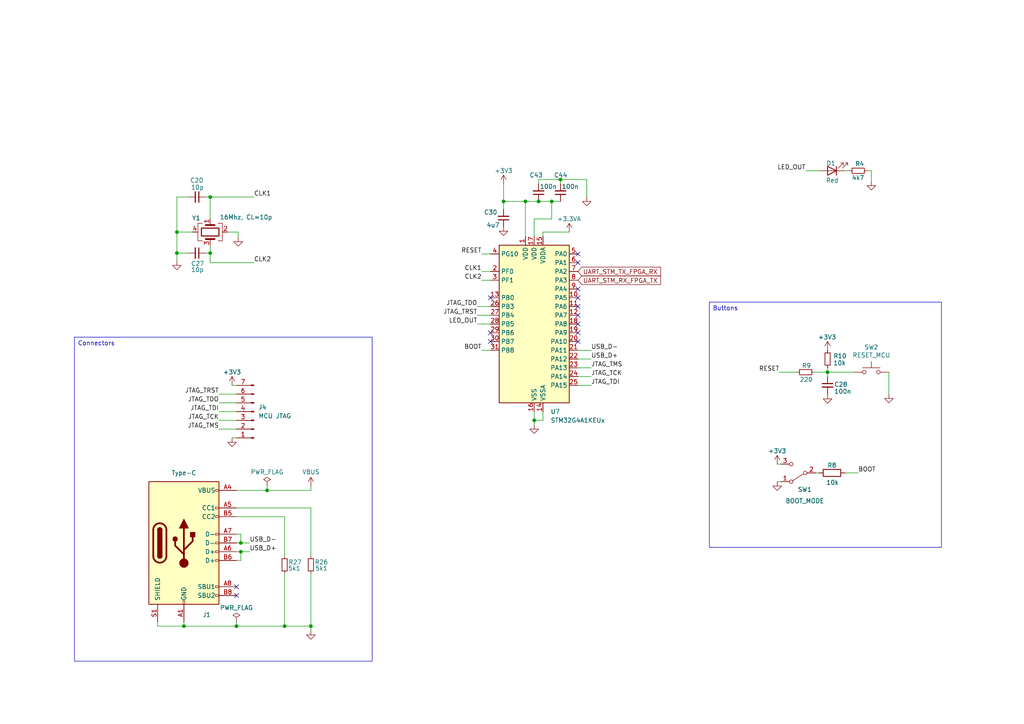
<source format=kicad_sch>
(kicad_sch (version 20250114) (generator "eeschema") (generator_version "9.0")
  (paper "A4")
  (lib_symbols
    (symbol "Connector:Conn_01x07_Pin" (pin_names (offset 1.016) (hide yes))
      (property "Reference" "J" (at 0 10.16 0))
      (property "Value" "Conn_01x07_Pin" (at 0 -10.16 0))
      (symbol "Conn_01x07_Pin_1_1"
        (rectangle (start 0.8636 7.747) (end 0 7.493) (stroke (width 0.1524)) (fill (type outline)))
        (rectangle (start 0.8636 5.207) (end 0 4.953) (stroke (width 0.1524)) (fill (type outline)))
        (rectangle (start 0.8636 2.667) (end 0 2.413) (stroke (width 0.1524)) (fill (type outline)))
        (rectangle (start 0.8636 0.127) (end 0 -0.127) (stroke (width 0.1524)) (fill (type outline)))
        (rectangle (start 0.8636 -2.413) (end 0 -2.667) (stroke (width 0.1524)) (fill (type outline)))
        (rectangle (start 0.8636 -4.953) (end 0 -5.207) (stroke (width 0.1524)) (fill (type outline)))
        (rectangle (start 0.8636 -7.493) (end 0 -7.747) (stroke (width 0.1524)) (fill (type outline)))
        (polyline (pts (xy 1.27 7.62) (xy 0.8636 7.62)) (stroke (width 0.1524)))
        (polyline (pts (xy 1.27 5.08) (xy 0.8636 5.08)) (stroke (width 0.1524)))
        (polyline (pts (xy 1.27 2.54) (xy 0.8636 2.54)) (stroke (width 0.1524)))
        (polyline (pts (xy 1.27 0) (xy 0.8636 0)) (stroke (width 0.1524)))
        (polyline (pts (xy 1.27 -2.54) (xy 0.8636 -2.54)) (stroke (width 0.1524)))
        (polyline (pts (xy 1.27 -5.08) (xy 0.8636 -5.08)) (stroke (width 0.1524)))
        (polyline (pts (xy 1.27 -7.62) (xy 0.8636 -7.62)) (stroke (width 0.1524)))
        (pin passive line (at 5.08 7.62 180) (length 3.81) (name "Pin_1") (number "1"))
        (pin passive line (at 5.08 5.08 180) (length 3.81) (name "Pin_2") (number "2"))
        (pin passive line (at 5.08 2.54 180) (length 3.81) (name "Pin_3") (number "3"))
        (pin passive line (at 5.08 0 180) (length 3.81) (name "Pin_4") (number "4"))
        (pin passive line (at 5.08 -2.54 180) (length 3.81) (name "Pin_5") (number "5"))
        (pin passive line (at 5.08 -5.08 180) (length 3.81) (name "Pin_6") (number "6"))
        (pin passive line (at 5.08 -7.62 180) (length 3.81) (name "Pin_7") (number "7"))
      )
    )
    (symbol "Connector:USB_C_Receptacle_USB2.0_16P" (pin_names (offset 1.016))
      (property "Reference" "J" (at 0 22.225 0))
      (property "Value" "USB_C_Receptacle_USB2.0_16P" (at 0 19.685 0))
      (symbol "USB_C_Receptacle_USB2.0_16P_0_0"
        (rectangle (start -0.254 -17.78) (end 0.254 -16.764))
        (rectangle (start 10.16 15.494) (end 9.144 14.986))
        (rectangle (start 10.16 10.414) (end 9.144 9.906))
        (rectangle (start 10.16 7.874) (end 9.144 7.366))
        (rectangle (start 10.16 2.794) (end 9.144 2.286))
        (rectangle (start 10.16 0.254) (end 9.144 -0.254))
        (rectangle (start 10.16 -2.286) (end 9.144 -2.794))
        (rectangle (start 10.16 -4.826) (end 9.144 -5.334))
        (rectangle (start 10.16 -12.446) (end 9.144 -12.954))
        (rectangle (start 10.16 -14.986) (end 9.144 -15.494))
      )
      (symbol "USB_C_Receptacle_USB2.0_16P_0_1"
        (rectangle (start -10.16 17.78) (end 10.16 -17.78) (stroke (width 0.254)) (fill (type background)))
        (polyline (pts (xy -8.89 -3.81) (xy -8.89 3.81)) (stroke (width 0.508)))
        (rectangle (start -7.62 -3.81) (end -6.35 3.81) (stroke (width 0.254)) (fill (type outline)))
        (arc (start -7.62 3.81) (mid -6.985 4.4423) (end -6.35 3.81) (stroke (width 0.254)))
        (arc (start -7.62 3.81) (mid -6.985 4.4423) (end -6.35 3.81) (stroke (width 0.254)) (fill (type outline)))
        (arc (start -8.89 3.81) (mid -6.985 5.7067) (end -5.08 3.81) (stroke (width 0.508)))
        (arc (start -5.08 -3.81) (mid -6.985 -5.7067) (end -8.89 -3.81) (stroke (width 0.508)))
        (arc (start -6.35 -3.81) (mid -6.985 -4.4423) (end -7.62 -3.81) (stroke (width 0.254)))
        (arc (start -6.35 -3.81) (mid -6.985 -4.4423) (end -7.62 -3.81) (stroke (width 0.254)) (fill (type outline)))
        (polyline (pts (xy -5.08 3.81) (xy -5.08 -3.81)) (stroke (width 0.508)))
        (circle (center -2.54 1.143) (radius 0.635) (stroke (width 0.254)) (fill (type outline)))
        (polyline (pts (xy -1.27 4.318) (xy 0 6.858) (xy 1.27 4.318) (xy -1.27 4.318)) (stroke (width 0.254)) (fill (type outline)))
        (polyline (pts (xy 0 -2.032) (xy 2.54 0.508) (xy 2.54 1.778)) (stroke (width 0.508)))
        (polyline (pts (xy 0 -3.302) (xy -2.54 -0.762) (xy -2.54 0.508)) (stroke (width 0.508)))
        (polyline (pts (xy 0 -5.842) (xy 0 4.318)) (stroke (width 0.508)))
        (circle (center 0 -5.842) (radius 1.27) (fill (type outline)))
        (rectangle (start 1.905 1.778) (end 3.175 3.048) (stroke (width 0.254)) (fill (type outline)))
      )
      (symbol "USB_C_Receptacle_USB2.0_16P_1_1"
        (pin passive line (at -7.62 -22.86 90) (length 5.08) (name "SHIELD") (number "S1"))
        (pin passive line (at 0 -22.86 90) (length 5.08) (name "GND") (number "A1"))
        (pin passive line (at 0 -22.86 90) (length 5.08) (hide yes) (name "GND") (number "A12"))
        (pin passive line (at 0 -22.86 90) (length 5.08) (hide yes) (name "GND") (number "B1"))
        (pin passive line (at 0 -22.86 90) (length 5.08) (hide yes) (name "GND") (number "B12"))
        (pin passive line (at 15.24 15.24 180) (length 5.08) (name "VBUS") (number "A4"))
        (pin passive line (at 15.24 15.24 180) (length 5.08) (hide yes) (name "VBUS") (number "A9"))
        (pin passive line (at 15.24 15.24 180) (length 5.08) (hide yes) (name "VBUS") (number "B4"))
        (pin passive line (at 15.24 15.24 180) (length 5.08) (hide yes) (name "VBUS") (number "B9"))
        (pin bidirectional line (at 15.24 10.16 180) (length 5.08) (name "CC1") (number "A5"))
        (pin bidirectional line (at 15.24 7.62 180) (length 5.08) (name "CC2") (number "B5"))
        (pin bidirectional line (at 15.24 2.54 180) (length 5.08) (name "D-") (number "A7"))
        (pin bidirectional line (at 15.24 0 180) (length 5.08) (name "D-") (number "B7"))
        (pin bidirectional line (at 15.24 -2.54 180) (length 5.08) (name "D+") (number "A6"))
        (pin bidirectional line (at 15.24 -5.08 180) (length 5.08) (name "D+") (number "B6"))
        (pin bidirectional line (at 15.24 -12.7 180) (length 5.08) (name "SBU1") (number "A8"))
        (pin bidirectional line (at 15.24 -15.24 180) (length 5.08) (name "SBU2") (number "B8"))
      )
    )
    (symbol "Device:C_Small" (pin_numbers (hide yes)) (pin_names (offset 0.254) (hide yes))
      (property "Reference" "C" (at 0.254 1.778 0))
      (property "Value" "C_Small" (at 0.254 -2.032 0))
      (symbol "C_Small_0_1"
        (polyline (pts (xy -1.524 0.508) (xy 1.524 0.508)) (stroke (width 0.3048)))
        (polyline (pts (xy -1.524 -0.508) (xy 1.524 -0.508)) (stroke (width 0.3302)))
      )
      (symbol "C_Small_1_1"
        (pin passive line (at 0 2.54 270) (length 2.032) (name "~") (number "1"))
        (pin passive line (at 0 -2.54 90) (length 2.032) (name "~") (number "2"))
      )
    )
    (symbol "Device:Crystal_GND24" (pin_names (offset 1.016) (hide yes))
      (property "Reference" "Y" (at 3.175 5.08 0))
      (property "Value" "Crystal_GND24" (at 3.175 3.175 0))
      (symbol "Crystal_GND24_0_1"
        (polyline (pts (xy -2.54 2.286) (xy -2.54 3.556) (xy 2.54 3.556) (xy 2.54 2.286)))
        (polyline (pts (xy -2.54 0) (xy -2.032 0)))
        (polyline (pts (xy -2.54 -2.286) (xy -2.54 -3.556) (xy 2.54 -3.556) (xy 2.54 -2.286)))
        (polyline (pts (xy -2.032 -1.27) (xy -2.032 1.27)) (stroke (width 0.508)))
        (rectangle (start -1.143 2.54) (end 1.143 -2.54) (stroke (width 0.3048)))
        (polyline (pts (xy 0 3.556) (xy 0 3.81)))
        (polyline (pts (xy 0 -3.81) (xy 0 -3.556)))
        (polyline (pts (xy 2.032 0) (xy 2.54 0)))
        (polyline (pts (xy 2.032 -1.27) (xy 2.032 1.27)) (stroke (width 0.508)))
      )
      (symbol "Crystal_GND24_1_1"
        (pin passive line (at -3.81 0 0) (length 1.27) (name "1") (number "1"))
        (pin passive line (at 0 5.08 270) (length 1.27) (name "2") (number "2"))
        (pin passive line (at 0 -5.08 90) (length 1.27) (name "4") (number "4"))
        (pin passive line (at 3.81 0 180) (length 1.27) (name "3") (number "3"))
      )
    )
    (symbol "Device:LED" (pin_numbers (hide yes)) (pin_names (offset 1.016) (hide yes))
      (property "Reference" "D" (at 0 2.54 0))
      (property "Value" "LED" (at 0 -2.54 0))
      (symbol "LED_0_1"
        (polyline (pts (xy -3.048 -0.762) (xy -4.572 -2.286) (xy -3.81 -2.286) (xy -4.572 -2.286) (xy -4.572 -1.524)))
        (polyline (pts (xy -1.778 -0.762) (xy -3.302 -2.286) (xy -2.54 -2.286) (xy -3.302 -2.286) (xy -3.302 -1.524)))
        (polyline (pts (xy -1.27 0) (xy 1.27 0)))
        (polyline (pts (xy -1.27 -1.27) (xy -1.27 1.27)) (stroke (width 0.254)))
        (polyline (pts (xy 1.27 -1.27) (xy 1.27 1.27) (xy -1.27 0) (xy 1.27 -1.27)) (stroke (width 0.254)))
      )
      (symbol "LED_1_1"
        (pin passive line (at -3.81 0 0) (length 2.54) (name "K") (number "1"))
        (pin passive line (at 3.81 0 180) (length 2.54) (name "A") (number "2"))
      )
    )
    (symbol "Device:R" (pin_numbers (hide yes)) (pin_names (offset 0))
      (property "Reference" "R" (at 2.032 0 90))
      (property "Value" "R" (at 0 0 90))
      (symbol "R_0_1"
        (rectangle (start -1.016 -2.54) (end 1.016 2.54) (stroke (width 0.254)))
      )
      (symbol "R_1_1"
        (pin passive line (at 0 3.81 270) (length 1.27) (name "~") (number "1"))
        (pin passive line (at 0 -3.81 90) (length 1.27) (name "~") (number "2"))
      )
    )
    (symbol "Device:R_Small" (pin_numbers (hide yes)) (pin_names (offset 0.254) (hide yes))
      (property "Reference" "R" (at 0.762 0.508 0))
      (property "Value" "R_Small" (at 0.762 -1.016 0))
      (symbol "R_Small_0_1"
        (rectangle (start -0.762 1.778) (end 0.762 -1.778) (stroke (width 0.2032)))
      )
      (symbol "R_Small_1_1"
        (pin passive line (at 0 2.54 270) (length 0.762) (name "~") (number "1"))
        (pin passive line (at 0 -2.54 90) (length 0.762) (name "~") (number "2"))
      )
    )
    (symbol "MCU_ST_STM32G4:STM32G4A1KEUx"
      (property "Reference" "U" (at -10.16 24.13 0))
      (property "Value" "STM32G4A1KEUx" (at 5.08 24.13 0))
      (symbol "STM32G4A1KEUx_0_1"
        (rectangle (start -10.16 -22.86) (end 10.16 22.86) (stroke (width 0.254)) (fill (type background)))
      )
      (symbol "STM32G4A1KEUx_1_1"
        (pin bidirectional line (at -12.7 20.32 0) (length 2.54) (name "PG10") (number "4"))
        (pin bidirectional line (at -12.7 15.24 0) (length 2.54) (name "PF0") (number "2"))
        (pin bidirectional line (at -12.7 12.7 0) (length 2.54) (name "PF1") (number "3"))
        (pin bidirectional line (at -12.7 7.62 0) (length 2.54) (name "PB0") (number "13"))
        (pin bidirectional line (at -12.7 5.08 0) (length 2.54) (name "PB3") (number "26"))
        (pin bidirectional line (at -12.7 2.54 0) (length 2.54) (name "PB4") (number "27"))
        (pin bidirectional line (at -12.7 0 0) (length 2.54) (name "PB5") (number "28"))
        (pin bidirectional line (at -12.7 -2.54 0) (length 2.54) (name "PB6") (number "29"))
        (pin bidirectional line (at -12.7 -5.08 0) (length 2.54) (name "PB7") (number "30"))
        (pin bidirectional line (at -12.7 -7.62 0) (length 2.54) (name "PB8") (number "31"))
        (pin power_in line (at -2.54 25.4 270) (length 2.54) (name "VDD") (number "1"))
        (pin power_in line (at 0 25.4 270) (length 2.54) (name "VDD") (number "17"))
        (pin power_in line (at 0 -25.4 90) (length 2.54) (name "VSS") (number "16"))
        (pin passive line (at 0 -25.4 90) (length 2.54) (hide yes) (name "VSS") (number "32"))
        (pin passive line (at 0 -25.4 90) (length 2.54) (hide yes) (name "VSS") (number "33"))
        (pin power_in line (at 2.54 25.4 270) (length 2.54) (name "VDDA") (number "15"))
        (pin power_in line (at 2.54 -25.4 90) (length 2.54) (name "VSSA") (number "14"))
        (pin bidirectional line (at 12.7 20.32 180) (length 2.54) (name "PA0") (number "5"))
        (pin bidirectional line (at 12.7 17.78 180) (length 2.54) (name "PA1") (number "6"))
        (pin bidirectional line (at 12.7 15.24 180) (length 2.54) (name "PA2") (number "7"))
        (pin bidirectional line (at 12.7 12.7 180) (length 2.54) (name "PA3") (number "8"))
        (pin bidirectional line (at 12.7 10.16 180) (length 2.54) (name "PA4") (number "9"))
        (pin bidirectional line (at 12.7 7.62 180) (length 2.54) (name "PA5") (number "10"))
        (pin bidirectional line (at 12.7 5.08 180) (length 2.54) (name "PA6") (number "11"))
        (pin bidirectional line (at 12.7 2.54 180) (length 2.54) (name "PA7") (number "12"))
        (pin bidirectional line (at 12.7 0 180) (length 2.54) (name "PA8") (number "18"))
        (pin bidirectional line (at 12.7 -2.54 180) (length 2.54) (name "PA9") (number "19"))
        (pin bidirectional line (at 12.7 -5.08 180) (length 2.54) (name "PA10") (number "20"))
        (pin bidirectional line (at 12.7 -7.62 180) (length 2.54) (name "PA11") (number "21"))
        (pin bidirectional line (at 12.7 -10.16 180) (length 2.54) (name "PA12") (number "22"))
        (pin bidirectional line (at 12.7 -12.7 180) (length 2.54) (name "PA13") (number "23"))
        (pin bidirectional line (at 12.7 -15.24 180) (length 2.54) (name "PA14") (number "24"))
        (pin bidirectional line (at 12.7 -17.78 180) (length 2.54) (name "PA15") (number "25"))
      )
    )
    (symbol "Switch:SW_Push" (pin_numbers (hide yes)) (pin_names (offset 1.016) (hide yes))
      (property "Reference" "SW" (at 1.27 2.54 0))
      (property "Value" "SW_Push" (at 0 -1.524 0))
      (symbol "SW_Push_0_1"
        (circle (center -2.032 0) (radius 0.508))
        (polyline (pts (xy 0 1.27) (xy 0 3.048)))
        (circle (center 2.032 0) (radius 0.508))
        (polyline (pts (xy 2.54 1.27) (xy -2.54 1.27)))
        (pin passive line (at -5.08 0 0) (length 2.54) (name "1") (number "1"))
        (pin passive line (at 5.08 0 180) (length 2.54) (name "2") (number "2"))
      )
    )
    (symbol "Switch:SW_SPDT" (pin_names (offset 0) (hide yes))
      (property "Reference" "SW" (at 0 4.318 0))
      (property "Value" "SW_SPDT" (at 0 -5.08 0))
      (symbol "SW_SPDT_0_0"
        (circle (center -2.032 0) (radius 0.508))
        (circle (center 2.032 -2.54) (radius 0.508))
      )
      (symbol "SW_SPDT_0_1"
        (polyline (pts (xy -1.524 0.254) (xy 1.651 2.286)))
        (circle (center 2.032 2.54) (radius 0.508))
      )
      (symbol "SW_SPDT_1_1"
        (pin passive line (at -5.08 0 0) (length 2.54) (name "B") (number "2"))
        (pin passive line (at 5.08 2.54 180) (length 2.54) (name "A") (number "1"))
        (pin passive line (at 5.08 -2.54 180) (length 2.54) (name "C") (number "3"))
      )
    )
    (symbol "power:+3.3VA" (power) (pin_names (offset 0))
      (property "Value" "+3.3VA" (at 0 3.556 0))
      (symbol "+3.3VA_0_1"
        (polyline (pts (xy -0.762 1.27) (xy 0 2.54)))
        (polyline (pts (xy 0 2.54) (xy 0.762 1.27)))
        (polyline (pts (xy 0 0) (xy 0 2.54)))
      )
      (symbol "+3.3VA_1_1"
        (pin power_in line (at 0 0 90) (length 0) (hide yes) (name "+3.3VA") (number "1"))
      )
    )
    (symbol "power:GND" (power) (pin_names (offset 0))
      (property "Value" "GND" (at 0 -3.81 0))
      (symbol "GND_0_1"
        (polyline (pts (xy 0 0) (xy 0 -1.27) (xy 1.27 -1.27) (xy 0 -2.54) (xy -1.27 -1.27) (xy 0 -1.27)))
      )
      (symbol "GND_1_1"
        (pin power_in line (at 0 0 270) (length 0) (hide yes) (name "GND") (number "1"))
      )
    )
    (symbol "power:PWR_FLAG" (power) (pin_numbers (hide yes)) (pin_names (offset 0) (hide yes))
      (property "Value" "PWR_FLAG" (at 0 3.81 0))
      (symbol "PWR_FLAG_0_0"
        (pin power_out line (at 0 0 90) (length 0) (name "~") (number "1"))
      )
      (symbol "PWR_FLAG_0_1"
        (polyline (pts (xy 0 0) (xy 0 1.27) (xy -1.016 1.905) (xy 0 2.54) (xy 1.016 1.905) (xy 0 1.27)))
      )
    )
    (symbol "power:VBUS" (power) (pin_numbers (hide yes)) (pin_names (offset 0) (hide yes))
      (property "Value" "VBUS" (at 0 3.556 0))
      (symbol "VBUS_0_1"
        (polyline (pts (xy -0.762 1.27) (xy 0 2.54)))
        (polyline (pts (xy 0 2.54) (xy 0.762 1.27)))
        (polyline (pts (xy 0 0) (xy 0 2.54)))
      )
      (symbol "VBUS_1_1"
        (pin power_in line (at 0 0 90) (length 0) (name "~") (number "1"))
      )
    )
    (symbol "stm32-mcs4-memory-emulator-v2-rescue:+3.3V-power" (power) (pin_names (offset 0))
      (property "Value" "+3.3V-power" (at 0 3.556 0))
      (symbol "+3.3V-power_0_1"
        (polyline (pts (xy -0.762 1.27) (xy 0 2.54)))
        (polyline (pts (xy 0 2.54) (xy 0.762 1.27)))
        (polyline (pts (xy 0 0) (xy 0 2.54)))
      )
      (symbol "+3.3V-power_1_1"
        (pin power_in line (at 0 0 90) (length 0) (hide yes) (name "+3V3") (number "1"))
      )
    )
  )
  (text_box "Buttons" (at 205.74 87.63 0) (size 67.31 71.12) (margins 0.9525 0.9525 0.9525 0.9525) (effects (font (size 1.27 1.27)) (justify left top)))
  (text_box "Connectors" (at 21.59 97.79 0) (size 86.36 93.98) (margins 0.9525 0.9525 0.9525 0.9525) (effects (font (size 1.27 1.27)) (justify left top)))
  (junction (at 154.94 121.92))
  (junction (at 53.34 181.61))
  (junction (at 77.47 142.24))
  (junction (at 90.17 181.61))
  (junction (at 51.308 67.31))
  (junction (at 156.21 58.42))
  (junction (at 69.85 157.48))
  (junction (at 240.03 107.95))
  (junction (at 162.56 52.07))
  (junction (at 60.96 57.15))
  (junction (at 160.02 58.42))
  (junction (at 152.4 58.42))
  (junction (at 69.85 160.02))
  (junction (at 51.308 73.406))
  (junction (at 82.55 181.61))
  (junction (at 146.05 58.42))
  (junction (at 60.96 73.406))
  (junction (at 68.58 181.61))
  (no_connect (at 142.24 86.36))
  (no_connect (at 68.58 170.18))
  (no_connect (at 68.58 172.72))
  (no_connect (at 167.64 88.9))
  (no_connect (at 167.64 96.52))
  (no_connect (at 167.64 76.2))
  (no_connect (at 167.64 73.66))
  (no_connect (at 167.64 91.44))
  (no_connect (at 142.24 99.06))
  (no_connect (at 167.64 99.06))
  (no_connect (at 167.64 93.98))
  (no_connect (at 167.64 86.36))
  (no_connect (at 167.64 83.82))
  (no_connect (at 142.24 96.52))
  (wire (pts (xy 152.4 58.42) (xy 152.4 68.58)))
  (wire (pts (xy 45.72 180.34) (xy 45.72 181.61)))
  (wire (pts (xy 60.96 73.406) (xy 60.96 76.2)))
  (wire (pts (xy 51.308 67.31) (xy 51.308 57.15)))
  (wire (pts (xy 171.45 109.22) (xy 167.64 109.22)))
  (wire (pts (xy 139.7 101.6) (xy 142.24 101.6)))
  (wire (pts (xy 240.03 107.95) (xy 247.65 107.95)))
  (wire (pts (xy 68.58 157.48) (xy 69.85 157.48)))
  (wire (pts (xy 82.55 166.37) (xy 82.55 181.61)))
  (wire (pts (xy 138.43 91.44) (xy 142.24 91.44)))
  (wire (pts (xy 156.21 52.07) (xy 162.56 52.07)))
  (wire (pts (xy 68.58 180.34) (xy 68.58 181.61)))
  (wire (pts (xy 68.58 147.32) (xy 90.17 147.32)))
  (wire (pts (xy 69.088 68.834) (xy 69.088 67.31)))
  (wire (pts (xy 60.96 71.12) (xy 60.96 73.406)))
  (wire (pts (xy 240.03 107.95) (xy 240.03 109.22)))
  (wire (pts (xy 68.58 181.61) (xy 82.55 181.61)))
  (wire (pts (xy 252.73 52.578) (xy 252.73 49.53)))
  (wire (pts (xy 154.94 68.58) (xy 154.94 63.5)))
  (wire (pts (xy 162.56 52.07) (xy 162.56 53.34)))
  (wire (pts (xy 233.68 49.53) (xy 237.49 49.53)))
  (wire (pts (xy 69.088 67.31) (xy 66.04 67.31)))
  (wire (pts (xy 67.31 127) (xy 68.58 127)))
  (wire (pts (xy 157.48 119.38) (xy 157.48 121.92)))
  (wire (pts (xy 63.5 119.38) (xy 68.58 119.38)))
  (wire (pts (xy 146.05 53.34) (xy 146.05 58.42)))
  (wire (pts (xy 60.96 76.2) (xy 73.66 76.2)))
  (wire (pts (xy 154.94 119.38) (xy 154.94 121.92)))
  (wire (pts (xy 156.21 52.07) (xy 156.21 53.34)))
  (wire (pts (xy 63.5 124.46) (xy 68.58 124.46)))
  (wire (pts (xy 51.308 67.31) (xy 55.88 67.31)))
  (wire (pts (xy 45.72 181.61) (xy 53.34 181.61)))
  (wire (pts (xy 68.58 160.02) (xy 69.85 160.02)))
  (wire (pts (xy 171.45 101.6) (xy 167.64 101.6)))
  (wire (pts (xy 236.22 107.95) (xy 240.03 107.95)))
  (wire (pts (xy 90.17 166.37) (xy 90.17 181.61)))
  (wire (pts (xy 60.96 57.15) (xy 60.96 63.5)))
  (wire (pts (xy 157.48 67.31) (xy 157.48 68.58)))
  (wire (pts (xy 63.5 114.3) (xy 68.58 114.3)))
  (wire (pts (xy 245.11 137.16) (xy 248.92 137.16)))
  (wire (pts (xy 171.45 106.68) (xy 167.64 106.68)))
  (wire (pts (xy 225.425 134.62) (xy 226.441 134.62)))
  (wire (pts (xy 63.5 121.92) (xy 68.58 121.92)))
  (wire (pts (xy 54.61 57.15) (xy 51.308 57.15)))
  (wire (pts (xy 82.55 181.61) (xy 90.17 181.61)))
  (wire (pts (xy 252.73 49.53) (xy 251.46 49.53)))
  (wire (pts (xy 90.17 142.24) (xy 90.17 140.97)))
  (wire (pts (xy 162.56 52.07) (xy 170.18 52.07)))
  (wire (pts (xy 171.45 111.76) (xy 167.64 111.76)))
  (wire (pts (xy 226.06 107.95) (xy 231.14 107.95)))
  (wire (pts (xy 60.96 73.406) (xy 59.69 73.406)))
  (wire (pts (xy 68.58 142.24) (xy 77.47 142.24)))
  (wire (pts (xy 63.5 116.84) (xy 68.58 116.84)))
  (wire (pts (xy 90.17 181.61) (xy 90.17 182.88)))
  (wire (pts (xy 77.47 142.24) (xy 90.17 142.24)))
  (wire (pts (xy 152.4 58.42) (xy 156.21 58.42)))
  (wire (pts (xy 154.94 63.5) (xy 160.02 63.5)))
  (wire (pts (xy 68.58 149.86) (xy 82.55 149.86)))
  (wire (pts (xy 225.425 139.7) (xy 226.441 139.7)))
  (wire (pts (xy 138.43 88.9) (xy 142.24 88.9)))
  (wire (pts (xy 69.85 160.02) (xy 72.39 160.02)))
  (wire (pts (xy 139.7 81.28) (xy 142.24 81.28)))
  (wire (pts (xy 138.43 93.98) (xy 142.24 93.98)))
  (wire (pts (xy 157.48 121.92) (xy 154.94 121.92)))
  (wire (pts (xy 236.601 137.16) (xy 237.49 137.16)))
  (wire (pts (xy 146.05 58.42) (xy 146.05 60.706)))
  (wire (pts (xy 69.85 157.48) (xy 72.39 157.48)))
  (wire (pts (xy 154.94 121.92) (xy 154.94 123.19)))
  (wire (pts (xy 156.21 58.42) (xy 160.02 58.42)))
  (wire (pts (xy 68.58 162.56) (xy 69.85 162.56)))
  (wire (pts (xy 90.17 147.32) (xy 90.17 161.29)))
  (wire (pts (xy 59.69 57.15) (xy 60.96 57.15)))
  (wire (pts (xy 60.96 57.15) (xy 73.66 57.15)))
  (wire (pts (xy 245.11 49.53) (xy 246.38 49.53)))
  (wire (pts (xy 165.1 67.31) (xy 157.48 67.31)))
  (wire (pts (xy 68.58 154.94) (xy 69.85 154.94)))
  (wire (pts (xy 160.02 58.42) (xy 162.56 58.42)))
  (wire (pts (xy 77.47 140.97) (xy 77.47 142.24)))
  (wire (pts (xy 171.45 104.14) (xy 167.64 104.14)))
  (wire (pts (xy 67.31 111.76) (xy 68.58 111.76)))
  (wire (pts (xy 257.81 107.95) (xy 257.81 114.3)))
  (wire (pts (xy 53.34 180.34) (xy 53.34 181.61)))
  (wire (pts (xy 240.03 114.3) (xy 240.03 114.427)))
  (wire (pts (xy 82.55 149.86) (xy 82.55 161.29)))
  (wire (pts (xy 139.7 78.74) (xy 142.24 78.74)))
  (wire (pts (xy 51.308 73.406) (xy 51.308 75.692)))
  (wire (pts (xy 69.85 162.56) (xy 69.85 160.02)))
  (wire (pts (xy 170.18 52.07) (xy 170.18 57.15)))
  (wire (pts (xy 51.308 73.406) (xy 51.308 67.31)))
  (wire (pts (xy 54.61 73.406) (xy 51.308 73.406)))
  (wire (pts (xy 139.7 73.66) (xy 142.24 73.66)))
  (wire (pts (xy 146.05 58.42) (xy 152.4 58.42)))
  (wire (pts (xy 69.85 154.94) (xy 69.85 157.48)))
  (wire (pts (xy 160.02 63.5) (xy 160.02 58.42)))
  (wire (pts (xy 240.03 106.68) (xy 240.03 107.95)))
  (wire (pts (xy 53.34 181.61) (xy 68.58 181.61)))
  (label "JTAG_TMS" (at 171.45 106.68 0))
  (label "JTAG_TDO" (at 138.43 88.9 180))
  (label "JTAG_TCK" (at 63.5 121.92 180))
  (label "JTAG_TCK" (at 171.45 109.22 0))
  (label "CLK1" (at 73.66 57.15 0))
  (label "RESET" (at 139.7 73.66 180))
  (label "CLK2" (at 139.7 81.28 180))
  (label "JTAG_TMS" (at 63.5 124.46 180))
  (label "CLK2" (at 73.66 76.2 0))
  (label "JTAG_TDI" (at 63.5 119.38 180))
  (label "JTAG_TDI" (at 171.45 111.76 0))
  (label "BOOT" (at 139.7 101.6 180))
  (label "JTAG_TDO" (at 63.5 116.84 180))
  (label "USB_D-" (at 72.39 157.48 0))
  (label "BOOT" (at 248.92 137.16 0))
  (label "LED_OUT" (at 233.68 49.53 180))
  (label "USB_D+" (at 72.39 160.02 0))
  (label "CLK1" (at 139.7 78.74 180))
  (label "USB_D+" (at 171.45 104.14 0))
  (label "JTAG_TRST" (at 63.5 114.3 180))
  (label "RESET" (at 226.06 107.95 180))
  (label "USB_D-" (at 171.45 101.6 0))
  (label "JTAG_TRST" (at 138.43 91.44 180))
  (label "LED_OUT" (at 138.43 93.98 180))
  (global_label "UART_STM_RX_FPGA_TX" (shape input) (at 167.64 81.28 0) (property "Intersheetrefs" "${INTERSHEET_REFS}" (effects (hide yes))))
  (global_label "UART_STM_TX_FPGA_RX" (shape input) (at 167.64 78.74 0) (property "Intersheetrefs" "${INTERSHEET_REFS}" (effects (hide yes))))
  (symbol (lib_id "stm32-mcs4-memory-emulator-v2-rescue:+3.3V-power") (at 146.05 53.34 0) (unit 1)
    (property "Reference" "#PWR076" (effects (hide yes)))
    (property "Value" "+3V3" (at 146.05 49.53 0))
  )
  (symbol (lib_id "Device:R_Small") (at 233.68 107.95 270) (unit 1)
    (property "Reference" "R9" (at 232.5624 106.0704 90) (effects (justify left)))
    (property "Value" "220" (at 231.902 110.0836 90) (effects (justify left)))
    (property "Footprint" "Resistor_SMD:R_0805_2012Metric_Pad1.20x1.40mm_HandSolder" (effects (hide yes)))
    (property "Mouser Part Number" "603-RT0805FRE07220RL" (effects (hide yes)))
  )
  (symbol (lib_id "Device:C_Small") (at 57.15 73.406 270) (unit 1)
    (property "Reference" "C27" (at 55.372 76.454 90) (effects (justify left)))
    (property "Value" "10p" (at 55.372 78.232 90) (effects (justify left)))
    (property "Footprint" "Capacitor_SMD:C_0805_2012Metric_Pad1.18x1.45mm_HandSolder" (effects (hide yes)))
    (property "Mouser Part Number" "710-885012007051" (effects (hide yes)))
  )
  (symbol (lib_id "Device:R_Small") (at 248.92 49.53 90) (unit 1)
    (property "Reference" "R4" (at 250.698 47.498 90) (effects (justify left)))
    (property "Value" "4k7" (at 250.698 51.562 90) (effects (justify left)))
    (property "Footprint" "Resistor_SMD:R_0805_2012Metric_Pad1.20x1.40mm_HandSolder" (effects (hide yes)))
    (property "Mouser Part Number" "603-RT0805FRE134K7L" (effects (hide yes)))
  )
  (symbol (lib_id "Device:R") (at 241.3 137.16 90) (unit 1)
    (property "Reference" "R8" (at 241.3 134.9756 90))
    (property "Value" "10k" (at 241.4524 139.954 90))
    (property "Footprint" "Resistor_SMD:R_0805_2012Metric_Pad1.20x1.40mm_HandSolder" (effects (hide yes)))
    (property "Mouser Part Number" "603-RT0805DRD0710KL" (effects (hide yes)))
  )
  (symbol (lib_id "power:+3.3VA") (at 165.1 67.31 0) (unit 1)
    (property "Reference" "#PWR075" (effects (hide yes)))
    (property "Value" "+3.3VA" (at 161.544 63.5 0) (effects (justify left)))
  )
  (symbol (lib_id "Device:C_Small") (at 156.21 55.88 180) (unit 1)
    (property "Reference" "C43" (at 157.48 50.8 0) (effects (justify left)))
    (property "Value" "100n" (at 161.544 54.102 0) (effects (justify left)))
    (property "Footprint" "Capacitor_SMD:C_0805_2012Metric_Pad1.18x1.45mm_HandSolder" (effects (hide yes)))
    (property "Mouser Part Number" "187-CL21B104KBCNNND" (effects (hide yes)))
  )
  (symbol (lib_id "Device:R_Small") (at 82.55 163.83 180) (unit 1)
    (property "Reference" "R27" (at 85.598 163.068 0))
    (property "Value" "5k1" (at 85.344 164.846 0))
    (property "Footprint" "Resistor_SMD:R_0805_2012Metric_Pad1.20x1.40mm_HandSolder" (effects (hide yes)))
    (property "Mouser Part Number" "603-RT0805FRE075K1L" (effects (hide yes)))
  )
  (symbol (lib_id "Device:R_Small") (at 90.17 163.83 180) (unit 1)
    (property "Reference" "R26" (at 93.218 163.068 0))
    (property "Value" "5k1" (at 93.218 164.846 0))
    (property "Footprint" "Resistor_SMD:R_0805_2012Metric_Pad1.20x1.40mm_HandSolder" (effects (hide yes)))
    (property "Mouser Part Number" "603-RT0805FRE075K1L" (effects (hide yes)))
  )
  (symbol (lib_id "Switch:SW_Push") (at 252.73 107.95 0) (unit 1)
    (property "Reference" "SW2" (at 252.73 100.711 0))
    (property "Value" "RESET_MCU" (at 252.73 103.0224 0))
    (property "Footprint" "Project components:435451019820" (effects (hide yes)))
    (property "Mouser Part Number" "710-435451019820" (effects (hide yes)))
  )
  (symbol (lib_id "power:GND") (at 257.81 114.3 0) (unit 1)
    (property "Reference" "#PWR067" (effects (hide yes)))
    (property "Value" "GND" (effects (hide yes)))
  )
  (symbol (lib_id "stm32-mcs4-memory-emulator-v2-rescue:+3.3V-power") (at 67.31 111.76 0) (unit 1)
    (property "Reference" "#PWR080" (effects (hide yes)))
    (property "Value" "+3V3" (at 67.31 107.95 0))
  )
  (symbol (lib_id "Device:C_Small") (at 240.03 111.76 0) (unit 1)
    (property "Reference" "C28" (at 241.935 111.506 0) (effects (justify left)))
    (property "Value" "100n" (at 241.935 113.538 0) (effects (justify left)))
    (property "Footprint" "Capacitor_SMD:C_0805_2012Metric_Pad1.18x1.45mm_HandSolder" (effects (hide yes)))
    (property "Mouser Part Number" "187-CL21B104KBCNNND" (effects (hide yes)))
  )
  (symbol (lib_id "power:VBUS") (at 90.17 140.97 0) (unit 1)
    (property "Reference" "#PWR058" (effects (hide yes)))
    (property "Value" "VBUS" (at 90.17 136.906 0))
  )
  (symbol (lib_id "power:GND") (at 51.308 75.692 0) (unit 1)
    (property "Reference" "#PWR060" (effects (hide yes)))
    (property "Value" "GND" (effects (hide yes)))
  )
  (symbol (lib_id "stm32-mcs4-memory-emulator-v2-rescue:+3.3V-power") (at 225.425 134.62 0) (unit 1)
    (property "Reference" "#PWR063" (effects (hide yes)))
    (property "Value" "+3V3" (at 225.425 130.81 0))
  )
  (symbol (lib_id "Device:LED") (at 241.3 49.53 180) (unit 1)
    (property "Reference" "D1" (at 239.649 47.371 0) (effects (justify right)))
    (property "Value" "Red" (at 239.522 52.324 0) (effects (justify right)))
    (property "Footprint" "LED_SMD:LED_0805_2012Metric_Pad1.15x1.40mm_HandSolder" (effects (hide yes)))
    (property "Mouser Part Number" "710-150080RS75000" (effects (hide yes)))
  )
  (symbol (lib_id "Switch:SW_SPDT") (at 231.521 137.16 180) (unit 1)
    (property "Reference" "SW1" (at 233.426 141.986 0))
    (property "Value" "BOOT_MODE" (at 233.426 145.288 0))
    (property "Footprint" "Project components:SLW1215865AD" (effects (hide yes)))
    (property "Mouser Part Number" "SLW-121586-5A-D" (effects (hide yes)))
  )
  (symbol (lib_id "power:PWR_FLAG") (at 68.58 180.34 0) (unit 1)
    (property "Reference" "#FLG01" (effects (hide yes)))
    (property "Value" "PWR_FLAG" (at 68.58 176.276 0))
    (property "Description" "Special symbol for telling ERC where power comes from" (effects (hide yes)))
  )
  (symbol (lib_id "power:GND") (at 252.73 52.578 0) (unit 1)
    (property "Reference" "#PWR062" (effects (hide yes)))
    (property "Value" "GND" (effects (hide yes)))
  )
  (symbol (lib_id "Device:C_Small") (at 57.15 57.15 270) (unit 1)
    (property "Reference" "C20" (at 55.118 52.324 90) (effects (justify left)))
    (property "Value" "10p" (at 55.372 54.356 90) (effects (justify left)))
    (property "Footprint" "Capacitor_SMD:C_0805_2012Metric_Pad1.18x1.45mm_HandSolder" (effects (hide yes)))
    (property "Mouser Part Number" "710-885012007051" (effects (hide yes)))
  )
  (symbol (lib_id "Device:C_Small") (at 162.56 55.88 180) (unit 1)
    (property "Reference" "C44" (at 164.592 50.8 0) (effects (justify left)))
    (property "Value" "100n" (at 167.894 54.102 0) (effects (justify left)))
    (property "Footprint" "Capacitor_SMD:C_0805_2012Metric_Pad1.18x1.45mm_HandSolder" (effects (hide yes)))
    (property "Mouser Part Number" "187-CL21B104KBCNNND" (effects (hide yes)))
  )
  (symbol (lib_id "power:GND") (at 90.17 182.88 0) (unit 1)
    (property "Reference" "#PWR025" (effects (hide yes)))
    (property "Value" "GND" (effects (hide yes)))
  )
  (symbol (lib_id "power:GND") (at 225.425 139.7 0) (unit 1)
    (property "Reference" "#PWR064" (effects (hide yes)))
    (property "Value" "GND" (effects (hide yes)))
  )
  (symbol (lib_id "Device:R_Small") (at 240.03 104.14 0) (unit 1)
    (property "Reference" "R10" (at 241.681 103.251 0) (effects (justify left)))
    (property "Value" "10k" (at 241.681 105.283 0) (effects (justify left)))
    (property "Footprint" "Resistor_SMD:R_0805_2012Metric_Pad1.20x1.40mm_HandSolder" (effects (hide yes)))
    (property "Mouser Part Number" "603-RT0805DRD0710KL" (effects (hide yes)))
  )
  (symbol (lib_id "power:GND") (at 240.03 114.427 0) (unit 1)
    (property "Reference" "#PWR066" (effects (hide yes)))
    (property "Value" "GND" (effects (hide yes)))
  )
  (symbol (lib_id "Connector:Conn_01x07_Pin") (at 73.66 119.38 180) (unit 1)
    (property "Reference" "J4" (at 74.93 118.1099 0) (effects (justify right)))
    (property "Value" "MCU JTAG" (at 74.93 120.6499 0) (effects (justify right)))
    (property "Footprint" "Connector_PinHeader_2.54mm:PinHeader_1x07_P2.54mm_Vertical" (effects (hide yes)))
    (property "Description" "Generic connector, single row, 01x07, script generated" (effects (hide yes)))
    (property "Mouser Part Number" "649-1012937990701BLF" (effects (hide yes)))
  )
  (symbol (lib_id "Device:Crystal_GND24") (at 60.96 67.31 270) (unit 1)
    (property "Reference" "Y1" (at 56.896 63.246 90))
    (property "Value" "16Mhz, CL=10p" (at 71.374 62.992 90))
    (property "Footprint" "Project components:XTAL_ECS-160-10-36-CKM-TR3" (effects (hide yes)))
    (property "Mouser Part Number" "520-160-10-36CKM-TR3" (effects (hide yes)))
  )
  (symbol (lib_id "power:GND") (at 67.31 127 0) (unit 1)
    (property "Reference" "#PWR081" (effects (hide yes)))
    (property "Value" "GND" (effects (hide yes)))
  )
  (symbol (lib_id "Device:C_Small") (at 146.05 63.246 180) (unit 1)
    (property "Reference" "C30" (at 144.272 61.595 0) (effects (justify left)))
    (property "Value" "4u7" (at 144.907 65.278 0) (effects (justify left)))
    (property "Footprint" "Capacitor_SMD:C_0805_2012Metric_Pad1.18x1.45mm_HandSolder" (effects (hide yes)))
    (property "Mouser Part Number" "187-CL21A475KAQNNNE" (effects (hide yes)))
  )
  (symbol (lib_id "power:PWR_FLAG") (at 77.47 140.97 0) (unit 1)
    (property "Reference" "#FLG03" (effects (hide yes)))
    (property "Value" "PWR_FLAG" (at 77.47 136.906 0))
    (property "Description" "Special symbol for telling ERC where power comes from" (effects (hide yes)))
  )
  (symbol (lib_id "MCU_ST_STM32G4:STM32G4A1KEUx") (at 154.94 93.98 0) (unit 1)
    (property "Reference" "U7" (at 159.6741 119.38 0) (effects (justify left)))
    (property "Value" "STM32G4A1KEUx" (at 159.6741 121.92 0) (effects (justify left)))
    (property "Footprint" "Package_DFN_QFN:QFN-32-1EP_5x5mm_P0.5mm_EP3.45x3.45mm" (effects (hide yes)))
    (property "Datasheet" "https://www.st.com/resource/en/datasheet/stm32g4a1ke.pdf" (effects (hide yes)))
    (property "Description" "STMicroelectronics Arm Cortex-M4 MCU, 512KB flash, 112KB RAM, 170 MHz, 1.71-3.6V, 26 GPIO, UFQFPN32" (effects (hide yes)))
    (property "Mouser Part Number" "511-STM32G4A1KEU6" (effects (hide yes)))
  )
  (symbol (lib_id "power:GND") (at 69.088 68.834 0) (unit 1)
    (property "Reference" "#PWR061" (effects (hide yes)))
    (property "Value" "GND" (effects (hide yes)))
  )
  (symbol (lib_id "power:GND") (at 146.05 65.786 0) (unit 1)
    (property "Reference" "#PWR077" (effects (hide yes)))
    (property "Value" "GND" (effects (hide yes)))
  )
  (symbol (lib_id "power:GND") (at 154.94 123.19 0) (unit 1)
    (property "Reference" "#PWR018" (effects (hide yes)))
    (property "Value" "GND" (effects (hide yes)))
  )
  (symbol (lib_id "power:GND") (at 170.18 57.15 0) (unit 1)
    (property "Reference" "#PWR078" (effects (hide yes)))
    (property "Value" "GND" (effects (hide yes)))
  )
  (symbol (lib_id "stm32-mcs4-memory-emulator-v2-rescue:+3.3V-power") (at 240.03 101.6 0) (unit 1)
    (property "Reference" "#PWR065" (effects (hide yes)))
    (property "Value" "+3V3" (at 239.903 97.79 0))
  )
  (symbol (lib_id "Connector:USB_C_Receptacle_USB2.0_16P") (at 53.34 157.48 0) (unit 1)
    (property "Reference" "J1" (at 59.944 178.308 0))
    (property "Value" "Type-C" (at 53.34 137.16 0))
    (property "Footprint" "Connector_USB:USB_C_Receptacle_JAE_DX07S016JA1R1500" (effects (hide yes)))
    (property "Datasheet" "https://www.usb.org/sites/default/files/documents/usb_type-c.zip" (effects (hide yes)))
    (property "Description" "USB 2.0-only 16P Type-C Receptacle connector" (effects (hide yes)))
    (property "Mouser Part Number" "656-DX07S016JA1R1500" (effects (hide yes)))
  )
)
</source>
